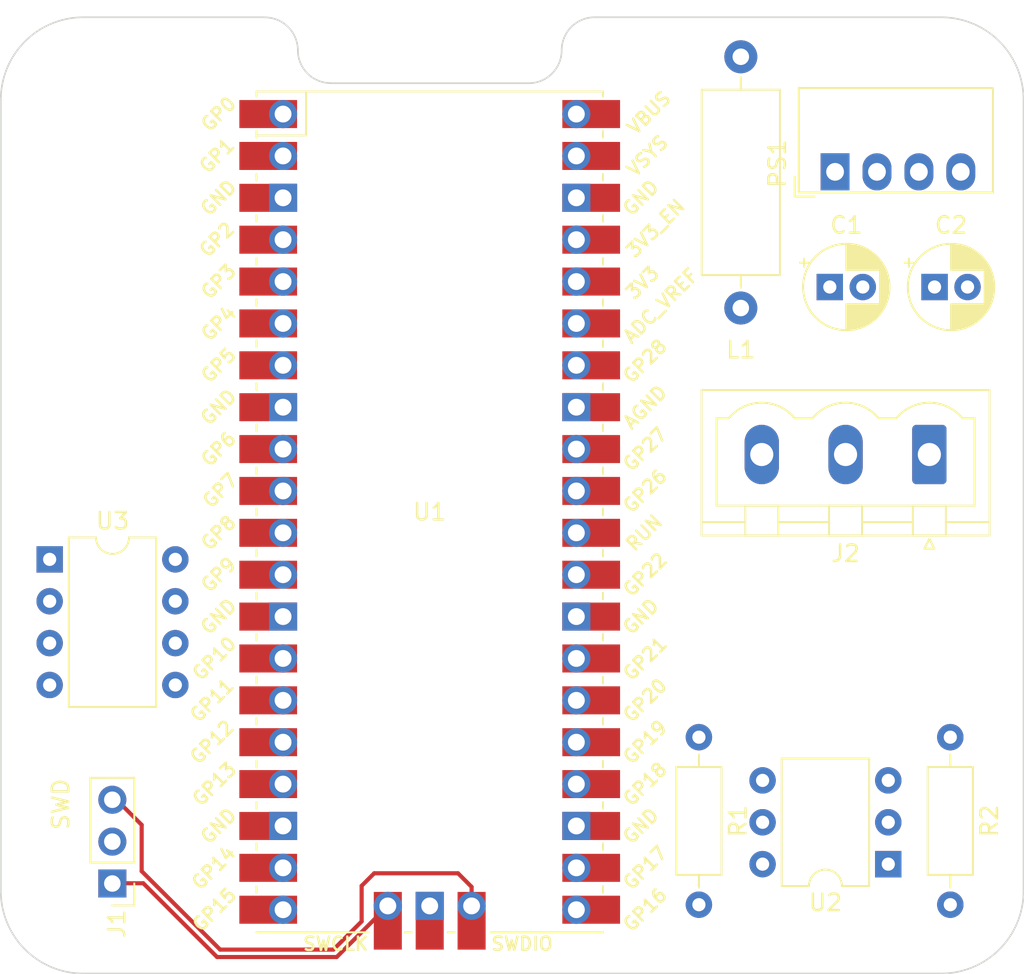
<source format=kicad_pcb>
(kicad_pcb (version 20221018) (generator pcbnew)
  (layers (0 "F.Cu" signal) (31 "B.Cu" signal) (34 "B.Paste" user) (35 "F.Paste" user) (36 "B.SilkS" user "B.Silkscreen") (37 "F.SilkS" user "F.Silkscreen") (38 "B.Mask" user) (39 "F.Mask" user) (44 "Edge.Cuts" user))
  (net 0 "")
  (net 3 "+12V")
  (net 7 "GNDA")
  (net 9 "Net-(J1-Pin_1)")
  (net 12 "Net-(J1-Pin_3)")
  (net 14 "GNDD")
  (net 19 "+5V")
  (net 27 "+3V3")
  (net 29 "Net-(U1-GPIO16)")
  (net 33 "Net-(J2-Pin_1)")
  (net 34 "Net-(PS1-+Vin)")
  (net 35 "Net-(U1-GPIO10)")
  (net 36 "Net-(U1-GPIO11)")
  (net 37 "Net-(U1-GPIO8)")
  (net 40 "Net-(U1-GPIO9)")
  (net 41 "Net-(U1-GPIO7)")
  (net 42 "Net-(U1-GPIO12)")
  (footprint "MCU_RaspberryPi_and_Boards:RPi_Pico_SMD_TH" (layer "F.Cu") (at 131 100)
    (fp_text reference "U1" (at 0 0) (layer "F.SilkS"))
    (fp_text value "Pico")
    (fp_text user "GP18" (at 13.054 16.51 45) (layer "F.SilkS") (effects (font (size 0.8 0.8))))
    (fp_text user "GP11" (at -13.2 11.43 45) (layer "F.SilkS") (effects (font (size 0.8 0.8))))
    (fp_text user "GP8" (at -12.8 1.27 45) (layer "F.SilkS") (effects (font (size 0.8 0.8))))
    (fp_text user "GP20" (at 13.054 11.43 45) (layer "F.SilkS") (effects (font (size 0.8 0.8))))
    (fp_text user "GP19" (at 13.054 13.97 45) (layer "F.SilkS") (effects (font (size 0.8 0.8))))
    (fp_text user "GP14" (at -13.1 21.59 45) (layer "F.SilkS") (effects (font (size 0.8 0.8))))
    (fp_text user "GND" (at -12.8 19.05 45) (layer "F.SilkS") (effects (font (size 0.8 0.8))))
    (fp_text user "GND" (at -12.8 6.35 45) (layer "F.SilkS") (effects (font (size 0.8 0.8))))
    (fp_text user "GP9" (at -12.8 3.81 45) (layer "F.SilkS") (effects (font (size 0.8 0.8))))
    (fp_text user "GND" (at 12.8 6.35 45) (layer "F.SilkS") (effects (font (size 0.8 0.8))))
    (fp_text user "3V3" (at 12.9 -13.9 45) (layer "F.SilkS") (effects (font (size 0.8 0.8))))
    (fp_text user "GP27" (at 13.054 -3.8 45) (layer "F.SilkS") (effects (font (size 0.8 0.8))))
    (fp_text user "GP0" (at -12.8 -24.13 45) (layer "F.SilkS") (effects (font (size 0.8 0.8))))
    (fp_text user "VBUS" (at 13.3 -24.2 45) (layer "F.SilkS") (effects (font (size 0.8 0.8))))
    (fp_text user "GND" (at -12.8 -6.35 45) (layer "F.SilkS") (effects (font (size 0.8 0.8))))
    (fp_text user "GP1" (at -12.9 -21.6 45) (layer "F.SilkS") (effects (font (size 0.8 0.8))))
    (fp_text user "GP2" (at -12.9 -16.51 45) (layer "F.SilkS") (effects (font (size 0.8 0.8))))
    (fp_text user "GP22" (at 13.054 3.81 45) (layer "F.SilkS") (effects (font (size 0.8 0.8))))
    (fp_text user "GND" (at 12.8 -19.05 45) (layer "F.SilkS") (effects (font (size 0.8 0.8))))
    (fp_text user "SWDIO" (at 5.6 26.2) (layer "F.SilkS") (effects (font (size 0.8 0.8))))
    (fp_text user "RUN" (at 13 1.27 45) (layer "F.SilkS") (effects (font (size 0.8 0.8))))
    (fp_text user "GP12" (at -13.2 13.97 45) (layer "F.SilkS") (effects (font (size 0.8 0.8))))
    (fp_text user "3V3_EN" (at 13.7 -17.2 45) (layer "F.SilkS") (effects (font (size 0.8 0.8))))
    (fp_text user "GP4" (at -12.8 -11.43 45) (layer "F.SilkS") (effects (font (size 0.8 0.8))))
    (fp_text user "GP10" (at -13.054 8.89 45) (layer "F.SilkS") (effects (font (size 0.8 0.8))))
    (fp_text user "ADC_VREF" (at 14 -12.5 45) (layer "F.SilkS") (effects (font (size 0.8 0.8))))
    (fp_text user "GP5" (at -12.8 -8.89 45) (layer "F.SilkS") (effects (font (size 0.8 0.8))))
    (fp_text user "GP6" (at -12.8 -3.81 45) (layer "F.SilkS") (effects (font (size 0.8 0.8))))
    (fp_text user "SWCLK" (at -5.7 26.2) (layer "F.SilkS") (effects (font (size 0.8 0.8))))
    (fp_text user "GND" (at -12.8 -19.05 45) (layer "F.SilkS") (effects (font (size 0.8 0.8))))
    (fp_text user "GP15" (at -13.054 24.13 45) (layer "F.SilkS") (effects (font (size 0.8 0.8))))
    (fp_text user "GP21" (at 13.054 8.9 45) (layer "F.SilkS") (effects (font (size 0.8 0.8))))
    (fp_text user "GP7" (at -12.7 -1.3 45) (layer "F.SilkS") (effects (font (size 0.8 0.8))))
    (fp_text user "GP28" (at 13.054 -9.144 45) (layer "F.SilkS") (effects (font (size 0.8 0.8))))
    (fp_text user "GP16" (at 13.054 24.13 45) (layer "F.SilkS") (effects (font (size 0.8 0.8))))
    (fp_text user "GND" (at 12.8 19.05 45) (layer "F.SilkS") (effects (font (size 0.8 0.8))))
    (fp_text user "GP3" (at -12.8 -13.97 45) (layer "F.SilkS") (effects (font (size 0.8 0.8))))
    (fp_text user "AGND" (at 13.054 -6.35 45) (layer "F.SilkS") (effects (font (size 0.8 0.8))))
    (fp_text user "VSYS" (at 13.2 -21.59 45) (layer "F.SilkS") (effects (font (size 0.8 0.8))))
    (fp_text user "GP13" (at -13.054 16.51 45) (layer "F.SilkS") (effects (font (size 0.8 0.8))))
    (fp_text user "GP17" (at 13.054 21.59 45) (layer "F.SilkS") (effects (font (size 0.8 0.8))))
    (fp_text user "GP26" (at 13.054 -1.27 45) (layer "F.SilkS") (effects (font (size 0.8 0.8))))
    (pad "" np_thru_hole oval (at -2.725 -24) (size 1.8 1.8) (drill 1.8) (layers "*.Cu" "*.Mask"))
    (pad "" np_thru_hole oval (at -2.425 -20.97) (size 1.5 1.5) (drill 1.5) (layers "*.Cu" "*.Mask"))
    (pad "" np_thru_hole oval (at 2.425 -20.97) (size 1.5 1.5) (drill 1.5) (layers "*.Cu" "*.Mask"))
    (pad "" np_thru_hole oval (at 2.725 -24) (size 1.8 1.8) (drill 1.8) (layers "*.Cu" "*.Mask"))
    (pad "1" thru_hole oval (at -8.89 -24.13) (size 1.7 1.7) (drill 1.02) (layers "*.Cu" "*.Mask"))
    (pad "1" smd rect (at -8.89 -24.13) (size 3.5 1.7) (drill (offset -0.9 0)) (layers "F.Cu" "F.Mask"))
    (pad "2" thru_hole oval (at -8.89 -21.59) (size 1.7 1.7) (drill 1.02) (layers "*.Cu" "*.Mask"))
    (pad "2" smd rect (at -8.89 -21.59) (size 3.5 1.7) (drill (offset -0.9 0)) (layers "F.Cu" "F.Mask"))
    (pad "3" thru_hole rect (at -8.89 -19.05) (size 1.7 1.7) (drill 1.02) (layers "*.Cu" "*.Mask") (net 14 "GNDD"))
    (pad "3" smd rect (at -8.89 -19.05) (size 3.5 1.7) (drill (offset -0.9 0)) (layers "F.Cu" "F.Mask") (net 14 "GNDD"))
    (pad "4" thru_hole oval (at -8.89 -16.51) (size 1.7 1.7) (drill 1.02) (layers "*.Cu" "*.Mask"))
    (pad "4" smd rect (at -8.89 -16.51) (size 3.5 1.7) (drill (offset -0.9 0)) (layers "F.Cu" "F.Mask"))
    (pad "5" thru_hole oval (at -8.89 -13.97) (size 1.7 1.7) (drill 1.02) (layers "*.Cu" "*.Mask"))
    (pad "5" smd rect (at -8.89 -13.97) (size 3.5 1.7) (drill (offset -0.9 0)) (layers "F.Cu" "F.Mask"))
    (pad "6" thru_hole oval (at -8.89 -11.43) (size 1.7 1.7) (drill 1.02) (layers "*.Cu" "*.Mask"))
    (pad "6" smd rect (at -8.89 -11.43) (size 3.5 1.7) (drill (offset -0.9 0)) (layers "F.Cu" "F.Mask"))
    (pad "7" thru_hole oval (at -8.89 -8.89) (size 1.7 1.7) (drill 1.02) (layers "*.Cu" "*.Mask"))
    (pad "7" smd rect (at -8.89 -8.89) (size 3.5 1.7) (drill (offset -0.9 0)) (layers "F.Cu" "F.Mask"))
    (pad "8" thru_hole rect (at -8.89 -6.35) (size 1.7 1.7) (drill 1.02) (layers "*.Cu" "*.Mask") (net 14 "GNDD"))
    (pad "8" smd rect (at -8.89 -6.35) (size 3.5 1.7) (drill (offset -0.9 0)) (layers "F.Cu" "F.Mask") (net 14 "GNDD"))
    (pad "9" thru_hole oval (at -8.89 -3.81) (size 1.7 1.7) (drill 1.02) (layers "*.Cu" "*.Mask"))
    (pad "9" smd rect (at -8.89 -3.81) (size 3.5 1.7) (drill (offset -0.9 0)) (layers "F.Cu" "F.Mask"))
    (pad "10" thru_hole oval (at -8.89 -1.27) (size 1.7 1.7) (drill 1.02) (layers "*.Cu" "*.Mask") (net 41 "Net-(U1-GPIO7)"))
    (pad "10" smd rect (at -8.89 -1.27) (size 3.5 1.7) (drill (offset -0.9 0)) (layers "F.Cu" "F.Mask") (net 41 "Net-(U1-GPIO7)"))
    (pad "11" thru_hole oval (at -8.89 1.27) (size 1.7 1.7) (drill 1.02) (layers "*.Cu" "*.Mask") (net 37 "Net-(U1-GPIO8)"))
    (pad "11" smd rect (at -8.89 1.27) (size 3.5 1.7) (drill (offset -0.9 0)) (layers "F.Cu" "F.Mask") (net 37 "Net-(U1-GPIO8)"))
    (pad "12" thru_hole oval (at -8.89 3.81) (size 1.7 1.7) (drill 1.02) (layers "*.Cu" "*.Mask") (net 40 "Net-(U1-GPIO9)"))
    (pad "12" smd rect (at -8.89 3.81) (size 3.5 1.7) (drill (offset -0.9 0)) (layers "F.Cu" "F.Mask") (net 40 "Net-(U1-GPIO9)"))
    (pad "13" thru_hole rect (at -8.89 6.35) (size 1.7 1.7) (drill 1.02) (layers "*.Cu" "*.Mask") (net 14 "GNDD"))
    (pad "13" smd rect (at -8.89 6.35) (size 3.5 1.7) (drill (offset -0.9 0)) (layers "F.Cu" "F.Mask") (net 14 "GNDD"))
    (pad "14" thru_hole oval (at -8.89 8.89) (size 1.7 1.7) (drill 1.02) (layers "*.Cu" "*.Mask") (net 35 "Net-(U1-GPIO10)"))
    (pad "14" smd rect (at -8.89 8.89) (size 3.5 1.7) (drill (offset -0.9 0)) (layers "F.Cu" "F.Mask") (net 35 "Net-(U1-GPIO10)"))
    (pad "15" thru_hole oval (at -8.89 11.43) (size 1.7 1.7) (drill 1.02) (layers "*.Cu" "*.Mask") (net 36 "Net-(U1-GPIO11)"))
    (pad "15" smd rect (at -8.89 11.43) (size 3.5 1.7) (drill (offset -0.9 0)) (layers "F.Cu" "F.Mask") (net 36 "Net-(U1-GPIO11)"))
    (pad "16" thru_hole oval (at -8.89 13.97) (size 1.7 1.7) (drill 1.02) (layers "*.Cu" "*.Mask") (net 42 "Net-(U1-GPIO12)"))
    (pad "16" smd rect (at -8.89 13.97) (size 3.5 1.7) (drill (offset -0.9 0)) (layers "F.Cu" "F.Mask") (net 42 "Net-(U1-GPIO12)"))
    (pad "17" thru_hole oval (at -8.89 16.51) (size 1.7 1.7) (drill 1.02) (layers "*.Cu" "*.Mask"))
    (pad "17" smd rect (at -8.89 16.51) (size 3.5 1.7) (drill (offset -0.9 0)) (layers "F.Cu" "F.Mask"))
    (pad "18" thru_hole rect (at -8.89 19.05) (size 1.7 1.7) (drill 1.02) (layers "*.Cu" "*.Mask") (net 14 "GNDD"))
    (pad "18" smd rect (at -8.89 19.05) (size 3.5 1.7) (drill (offset -0.9 0)) (layers "F.Cu" "F.Mask") (net 14 "GNDD"))
    (pad "19" thru_hole oval (at -8.89 21.59) (size 1.7 1.7) (drill 1.02) (layers "*.Cu" "*.Mask"))
    (pad "19" smd rect (at -8.89 21.59) (size 3.5 1.7) (drill (offset -0.9 0)) (layers "F.Cu" "F.Mask"))
    (pad "20" thru_hole oval (at -8.89 24.13) (size 1.7 1.7) (drill 1.02) (layers "*.Cu" "*.Mask"))
    (pad "20" smd rect (at -8.89 24.13) (size 3.5 1.7) (drill (offset -0.9 0)) (layers "F.Cu" "F.Mask"))
    (pad "21" thru_hole oval (at 8.89 24.13) (size 1.7 1.7) (drill 1.02) (layers "*.Cu" "*.Mask") (net 29 "Net-(U1-GPIO16)"))
    (pad "21" smd rect (at 8.89 24.13) (size 3.5 1.7) (drill (offset 0.9 0)) (layers "F.Cu" "F.Mask") (net 29 "Net-(U1-GPIO16)"))
    (pad "22" thru_hole oval (at 8.89 21.59) (size 1.7 1.7) (drill 1.02) (layers "*.Cu" "*.Mask"))
    (pad "22" smd rect (at 8.89 21.59) (size 3.5 1.7) (drill (offset 0.9 0)) (layers "F.Cu" "F.Mask"))
    (pad "23" thru_hole rect (at 8.89 19.05) (size 1.7 1.7) (drill 1.02) (layers "*.Cu" "*.Mask") (net 14 "GNDD"))
    (pad "23" smd rect (at 8.89 19.05) (size 3.5 1.7) (drill (offset 0.9 0)) (layers "F.Cu" "F.Mask") (net 14 "GNDD"))
    (pad "24" thru_hole oval (at 8.89 16.51) (size 1.7 1.7) (drill 1.02) (layers "*.Cu" "*.Mask"))
    (pad "24" smd rect (at 8.89 16.51) (size 3.5 1.7) (drill (offset 0.9 0)) (layers "F.Cu" "F.Mask"))
    (pad "25" thru_hole oval (at 8.89 13.97) (size 1.7 1.7) (drill 1.02) (layers "*.Cu" "*.Mask"))
    (pad "25" smd rect (at 8.89 13.97) (size 3.5 1.7) (drill (offset 0.9 0)) (layers "F.Cu" "F.Mask"))
    (pad "26" thru_hole oval (at 8.89 11.43) (size 1.7 1.7) (drill 1.02) (layers "*.Cu" "*.Mask"))
    (pad "26" smd rect (at 8.89 11.43) (size 3.5 1.7) (drill (offset 0.9 0)) (layers "F.Cu" "F.Mask"))
    (pad "27" thru_hole oval (at 8.89 8.89) (size 1.7 1.7) (drill 1.02) (layers "*.Cu" "*.Mask"))
    (pad "27" smd rect (at 8.89 8.89) (size 3.5 1.7) (drill (offset 0.9 0)) (layers "F.Cu" "F.Mask"))
    (pad "28" thru_hole rect (at 8.89 6.35) (size 1.7 1.7) (drill 1.02) (layers "*.Cu" "*.Mask") (net 14 "GNDD"))
    (pad "28" smd rect (at 8.89 6.35) (size 3.5 1.7) (drill (offset 0.9 0)) (layers "F.Cu" "F.Mask") (net 14 "GNDD"))
    (pad "29" thru_hole oval (at 8.89 3.81) (size 1.7 1.7) (drill 1.02) (layers "*.Cu" "*.Mask"))
    (pad "29" smd rect (at 8.89 3.81) (size 3.5 1.7) (drill (offset 0.9 0)) (layers "F.Cu" "F.Mask"))
    (pad "30" thru_hole oval (at 8.89 1.27) (size 1.7 1.7) (drill 1.02) (layers "*.Cu" "*.Mask"))
    (pad "30" smd rect (at 8.89 1.27) (size 3.5 1.7) (drill (offset 0.9 0)) (layers "F.Cu" "F.Mask"))
    (pad "31" thru_hole oval (at 8.89 -1.27) (size 1.7 1.7) (drill 1.02) (layers "*.Cu" "*.Mask"))
    (pad "31" smd rect (at 8.89 -1.27) (size 3.5 1.7) (drill (offset 0.9 0)) (layers "F.Cu" "F.Mask"))
    (pad "32" thru_hole oval (at 8.89 -3.81) (size 1.7 1.7) (drill 1.02) (layers "*.Cu" "*.Mask"))
    (pad "32" smd rect (at 8.89 -3.81) (size 3.5 1.7) (drill (offset 0.9 0)) (layers "F.Cu" "F.Mask"))
    (pad "33" thru_hole rect (at 8.89 -6.35) (size 1.7 1.7) (drill 1.02) (layers "*.Cu" "*.Mask"))
    (pad "33" smd rect (at 8.89 -6.35) (size 3.5 1.7) (drill (offset 0.9 0)) (layers "F.Cu" "F.Mask"))
    (pad "34" thru_hole oval (at 8.89 -8.89) (size 1.7 1.7) (drill 1.02) (layers "*.Cu" "*.Mask"))
    (pad "34" smd rect (at 8.89 -8.89) (size 3.5 1.7) (drill (offset 0.9 0)) (layers "F.Cu" "F.Mask"))
    (pad "35" thru_hole oval (at 8.89 -11.43) (size 1.7 1.7) (drill 1.02) (layers "*.Cu" "*.Mask"))
    (pad "35" smd rect (at 8.89 -11.43) (size 3.5 1.7) (drill (offset 0.9 0)) (layers "F.Cu" "F.Mask"))
    (pad "36" thru_hole oval (at 8.89 -13.97) (size 1.7 1.7) (drill 1.02) (layers "*.Cu" "*.Mask") (net 27 "+3V3"))
    (pad "36" smd rect (at 8.89 -13.97) (size 3.5 1.7) (drill (offset 0.9 0)) (layers "F.Cu" "F.Mask") (net 27 "+3V3"))
    (pad "37" thru_hole oval (at 8.89 -16.51) (size 1.7 1.7) (drill 1.02) (layers "*.Cu" "*.Mask"))
    (pad "37" smd rect (at 8.89 -16.51) (size 3.5 1.7) (drill (offset 0.9 0)) (layers "F.Cu" "F.Mask"))
    (pad "38" thru_hole rect (at 8.89 -19.05) (size 1.7 1.7) (drill 1.02) (layers "*.Cu" "*.Mask") (net 14 "GNDD"))
    (pad "38" smd rect (at 8.89 -19.05) (size 3.5 1.7) (drill (offset 0.9 0)) (layers "F.Cu" "F.Mask") (net 14 "GNDD"))
    (pad "39" thru_hole oval (at 8.89 -21.59) (size 1.7 1.7) (drill 1.02) (layers "*.Cu" "*.Mask"))
    (pad "39" smd rect (at 8.89 -21.59) (size 3.5 1.7) (drill (offset 0.9 0)) (layers "F.Cu" "F.Mask"))
    (pad "40" thru_hole oval (at 8.89 -24.13) (size 1.7 1.7) (drill 1.02) (layers "*.Cu" "*.Mask") (net 19 "+5V"))
    (pad "40" smd rect (at 8.89 -24.13) (size 3.5 1.7) (drill (offset 0.9 0)) (layers "F.Cu" "F.Mask") (net 19 "+5V"))
    (pad "41" thru_hole oval (at -2.54 23.9) (size 1.7 1.7) (drill 1.02) (layers "*.Cu" "*.Mask") (net 9 "Net-(J1-Pin_1)"))
    (pad "41" smd rect (at -2.54 23.9 90) (size 3.5 1.7) (drill (offset -0.9 0)) (layers "F.Cu" "F.Mask") (net 9 "Net-(J1-Pin_1)"))
    (pad "42" thru_hole rect (at 0 23.9) (size 1.7 1.7) (drill 1.02) (layers "*.Cu" "*.Mask") (net 14 "GNDD"))
    (pad "42" smd rect (at 0 23.9 90) (size 3.5 1.7) (drill (offset -0.9 0)) (layers "F.Cu" "F.Mask") (net 14 "GNDD"))
    (pad "43" thru_hole oval (at 2.54 23.9) (size 1.7 1.7) (drill 1.02) (layers "*.Cu" "*.Mask") (net 12 "Net-(J1-Pin_3)"))
    (pad "43" smd rect (at 2.54 23.9 90) (size 3.5 1.7) (drill (offset -0.9 0)) (layers "F.Cu" "F.Mask") (net 12 "Net-(J1-Pin_3)"))
  )
  (footprint "Capacitor_THT:CP_Radial_D5.0mm_P2.00mm" (layer "F.Cu") (at 161.604888 86.36)
    (fp_text reference "C2" (at 1 -3.75) (layer "F.SilkS"))
    (fp_text value "33u")
    (pad "1" thru_hole rect (at 0 0) (size 1.6 1.6) (drill 0.8) (layers "*.Cu" "*.Mask") (net 3 "+12V"))
    (pad "2" thru_hole circle (at 2 0) (size 1.6 1.6) (drill 0.8) (layers "*.Cu" "*.Mask") (net 7 "GNDA"))
  )
  (footprint "Package_DIP:DIP-8_W7.62mm" (layer "F.Cu") (at 107.96 102.88)
    (fp_text reference "U3" (at 3.81 -2.33) (layer "F.SilkS"))
    (fp_text value "25LCxxx")
    (pad "1" thru_hole rect (at 0 0) (size 1.6 1.6) (drill 0.8) (layers "*.Cu" "*.Mask") (net 41 "Net-(U1-GPIO7)"))
    (pad "2" thru_hole oval (at 0 2.54) (size 1.6 1.6) (drill 0.8) (layers "*.Cu" "*.Mask") (net 37 "Net-(U1-GPIO8)"))
    (pad "3" thru_hole oval (at 0 5.08) (size 1.6 1.6) (drill 0.8) (layers "*.Cu" "*.Mask") (net 42 "Net-(U1-GPIO12)"))
    (pad "4" thru_hole oval (at 0 7.62) (size 1.6 1.6) (drill 0.8) (layers "*.Cu" "*.Mask") (net 14 "GNDD"))
    (pad "5" thru_hole oval (at 7.62 7.62) (size 1.6 1.6) (drill 0.8) (layers "*.Cu" "*.Mask") (net 36 "Net-(U1-GPIO11)"))
    (pad "6" thru_hole oval (at 7.62 5.08) (size 1.6 1.6) (drill 0.8) (layers "*.Cu" "*.Mask") (net 35 "Net-(U1-GPIO10)"))
    (pad "7" thru_hole oval (at 7.62 2.54) (size 1.6 1.6) (drill 0.8) (layers "*.Cu" "*.Mask") (net 40 "Net-(U1-GPIO9)"))
    (pad "8" thru_hole oval (at 7.62 0) (size 1.6 1.6) (drill 0.8) (layers "*.Cu" "*.Mask") (net 27 "+3V3"))
  )
  (footprint "Capacitor_THT:CP_Radial_D5.0mm_P2.00mm" (layer "F.Cu") (at 155.254888 86.36)
    (fp_text reference "C1" (at 1 -3.75) (layer "F.SilkS"))
    (fp_text value "33u")
    (pad "1" thru_hole rect (at 0 0) (size 1.6 1.6) (drill 0.8) (layers "*.Cu" "*.Mask") (net 19 "+5V"))
    (pad "2" thru_hole circle (at 2 0) (size 1.6 1.6) (drill 0.8) (layers "*.Cu" "*.Mask") (net 14 "GNDD"))
  )
  (footprint "Connector_Phoenix_MSTB:PhoenixContact_MSTBVA_2,5_3-G-5,08_1x03_P5.08mm_Vertical" (layer "F.Cu") (at 161.29 96.52 180)
    (fp_text reference "J2" (at 5.08 -6) (layer "F.SilkS"))
    (fp_text value "STLZ950/3G-5.08-V-GRÜN")
    (pad "1" thru_hole roundrect (at 0 0 180) (size 2.08 3.6) (drill 1.4) (layers "*.Cu" "*.Mask") (roundrect_rratio 0.120192) (net 33 "Net-(J2-Pin_1)"))
    (pad "2" thru_hole oval (at 5.08 0 180) (size 2.08 3.6) (drill 1.4) (layers "*.Cu" "*.Mask") (net 7 "GNDA"))
    (pad "3" thru_hole oval (at 10.16 0 180) (size 2.08 3.6) (drill 1.4) (layers "*.Cu" "*.Mask") (net 3 "+12V"))
  )
  (footprint "Inductor_THT:L_Axial_L11.0mm_D4.5mm_P15.24mm_Horizontal_Fastron_MECC" (layer "F.Cu") (at 149.86 87.635 90)
    (fp_text reference "L1" (at -2.535 0) (layer "F.SilkS"))
    (fp_text value "12u")
    (pad "1" thru_hole circle (at 0 0 90) (size 2 2) (drill 1) (layers "*.Cu" "*.Mask") (net 19 "+5V"))
    (pad "2" thru_hole oval (at 15.24 0 90) (size 2 2) (drill 1) (layers "*.Cu" "*.Mask") (net 34 "Net-(PS1-+Vin)"))
  )
  (footprint "Resistor_THT:R_Axial_DIN0207_L6.3mm_D2.5mm_P10.16mm_Horizontal" (layer "F.Cu") (at 147.32 113.665 -90)
    (fp_text reference "R1" (at 5.08 -2.37 -90) (layer "F.SilkS"))
    (fp_text value "10k")
    (pad "1" thru_hole circle (at 0 0 270) (size 1.6 1.6) (drill 0.8) (layers "*.Cu" "*.Mask") (net 27 "+3V3"))
    (pad "2" thru_hole oval (at 10.16 0 270) (size 1.6 1.6) (drill 0.8) (layers "*.Cu" "*.Mask") (net 29 "Net-(U1-GPIO16)"))
  )
  (footprint "Package_DIP:DIP-6_W7.62mm" (layer "F.Cu") (at 158.8 121.366 180)
    (fp_text reference "U2" (at 3.81 -2.33) (layer "F.SilkS"))
    (fp_text value "4N35")
    (pad "1" thru_hole rect (at 0 0 180) (size 1.6 1.6) (drill 0.8) (layers "*.Cu" "*.Mask") (net 33 "Net-(J2-Pin_1)"))
    (pad "2" thru_hole oval (at 0 2.54 180) (size 1.6 1.6) (drill 0.8) (layers "*.Cu" "*.Mask") (net 7 "GNDA"))
    (pad "3" thru_hole oval (at 0 5.08 180) (size 1.6 1.6) (drill 0.8) (layers "*.Cu" "*.Mask"))
    (pad "4" thru_hole oval (at 7.62 5.08 180) (size 1.6 1.6) (drill 0.8) (layers "*.Cu" "*.Mask") (net 14 "GNDD"))
    (pad "5" thru_hole oval (at 7.62 2.54 180) (size 1.6 1.6) (drill 0.8) (layers "*.Cu" "*.Mask") (net 29 "Net-(U1-GPIO16)"))
    (pad "6" thru_hole oval (at 7.62 0 180) (size 1.6 1.6) (drill 0.8) (layers "*.Cu" "*.Mask"))
  )
  (footprint "Converter_DCDC:Converter_DCDC_Murata_MEE1SxxxxSC_THT" (layer "F.Cu") (at 155.575 79.375 90)
    (fp_text reference "PS1" (at 0.5 -3.5 90) (layer "F.SilkS"))
    (fp_text value "SIM1-0512-SIL4" hide)
    (pad "1" thru_hole rect (at 0 0) (size 1.75 2.25) (drill 1.075) (layers "*.Cu" "*.Mask") (net 14 "GNDD"))
    (pad "2" thru_hole oval (at 0 2.54) (size 1.75 2.25) (drill 1.075) (layers "*.Cu" "*.Mask") (net 34 "Net-(PS1-+Vin)"))
    (pad "3" thru_hole oval (at 0 5.08) (size 1.75 2.25) (drill 1.075) (layers "*.Cu" "*.Mask") (net 7 "GNDA"))
    (pad "4" thru_hole oval (at 0 7.62) (size 1.75 2.25) (drill 1.075) (layers "*.Cu" "*.Mask") (net 3 "+12V"))
  )
  (footprint "Connector_PinHeader_2.54mm:PinHeader_1x03_P2.54mm_Vertical" (layer "F.Cu") (at 111.76 122.54 180)
    (fp_text reference "J1" (at -0.268 -2.443 90) (layer "F.SilkS"))
    (fp_text value "Conn_01x03" hide)
    (pad "1" thru_hole rect (at 0 0 180) (size 1.7 1.7) (drill 1) (layers "*.Cu" "*.Mask") (net 9 "Net-(J1-Pin_1)"))
    (pad "2" thru_hole oval (at 0 2.54 180) (size 1.7 1.7) (drill 1) (layers "*.Cu" "*.Mask") (net 14 "GNDD"))
    (pad "3" thru_hole oval (at 0 5.08 180) (size 1.7 1.7) (drill 1) (layers "*.Cu" "*.Mask") (net 12 "Net-(J1-Pin_3)"))
  )
  (footprint "Resistor_THT:R_Axial_DIN0207_L6.3mm_D2.5mm_P10.16mm_Horizontal" (layer "F.Cu") (at 162.56 113.665 -90)
    (fp_text reference "R2" (at 5.08 -2.37 -90) (layer "F.SilkS"))
    (fp_text value "10k")
    (pad "1" thru_hole circle (at 0 0 270) (size 1.6 1.6) (drill 0.8) (layers "*.Cu" "*.Mask") (net 3 "+12V"))
    (pad "2" thru_hole oval (at 10.16 0 270) (size 1.6 1.6) (drill 0.8) (layers "*.Cu" "*.Mask") (net 33 "Net-(J2-Pin_1)"))
  )
  (footprint "MountingHole:MountingHole_3.2mm_M3" (layer "F.Cu") (at 159 107)
    (fp_text reference "H2")
    (fp_text value "MountingHole")
    (pad "" np_thru_hole circle locked (at 0 0) (size 3.2 3.2) (drill 3.2) (layers "*.Cu" "*.Mask"))
  )
  (footprint "MountingHole:MountingHole_3.2mm_M3" (layer "F.Cu") (at 113 87)
    (fp_text reference "H1")
    (fp_text value "MountingHole")
    (pad "" np_thru_hole circle locked (at 0 0) (size 3.2 3.2) (drill 3.2) (layers "*.Cu" "*.Mask"))
  )
  (gr_line (start 110 70) (end 121 70) (stroke (width 0.1)) (layer "Edge.Cuts"))
  (gr_line (start 162 70) (end 141 70) (stroke (width 0.1)) (layer "Edge.Cuts"))
  (gr_line (start 162 128) (end 110 128) (stroke (width 0.1)) (layer "Edge.Cuts"))
  (gr_arc (start 162 70) (mid 165.535534 71.464466) (end 167 75) (stroke (width 0.1)) (layer "Edge.Cuts"))
  (gr_arc (start 110 128) (mid 106.464466 126.535534) (end 105 123) (stroke (width 0.1)) (layer "Edge.Cuts"))
  (gr_arc (start 139 72) (mid 139.585786 70.585786) (end 141 70) (stroke (width 0.1)) (layer "Edge.Cuts"))
  (gr_arc (start 125 73.991519) (mid 123.590338 73.40677) (end 123.008485 71.995911) (stroke (width 0.1)) (layer "Edge.Cuts"))
  (gr_line (start 125 74) (end 137 74) (stroke (width 0.1)) (layer "Edge.Cuts"))
  (gr_line (start 105 123) (end 105 75) (stroke (width 0.1)) (layer "Edge.Cuts"))
  (gr_line (start 167 75) (end 167 123) (stroke (width 0.1)) (layer "Edge.Cuts"))
  (gr_arc (start 121 70.005646) (mid 122.413786 70.587486) (end 123.008485 71.995911) (stroke (width 0.1)) (layer "Edge.Cuts"))
  (gr_arc (start 105 75) (mid 106.464466 71.464466) (end 110 70) (stroke (width 0.1)) (layer "Edge.Cuts"))
  (gr_arc (start 167 123) (mid 165.535534 126.535534) (end 162 128) (stroke (width 0.1)) (layer "Edge.Cuts"))
  (gr_arc (start 139 72) (mid 138.414214 73.414214) (end 137 74) (stroke (width 0.1)) (layer "Edge.Cuts"))
  (gr_text "SWD" (at 109.22 119.38 90) (layer "F.SilkS") (effects (font (size 1 1)) (justify left bottom)))
  (segment (start 113.635 122.525) (end 112 122.525) (width 0.25) (layer "F.Cu") (net 9))
  (segment (start 128.46 123.9) (end 125.36 127) (width 0.25) (layer "F.Cu") (net 9))
  (segment (start 112.24 122.765) (end 112 122.525) (width 0.25) (layer "F.Cu") (net 9))
  (segment (start 118.11 127) (end 113.635 122.525) (width 0.25) (layer "F.Cu") (net 9))
  (segment (start 125.36 127) (end 118.11 127) (width 0.25) (layer "F.Cu") (net 9))
  (segment (start 127.635 121.92) (end 132.715 121.92) (width 0.25) (layer "F.Cu") (net 12))
  (segment (start 118.296396 126.55) (end 125.164 126.55) (width 0.25) (layer "F.Cu") (net 12))
  (segment (start 126.873 122.682) (end 127.635 121.92) (width 0.25) (layer "F.Cu") (net 12))
  (segment (start 113.538 121.791604) (end 118.296396 126.55) (width 0.25) (layer "F.Cu") (net 12))
  (segment (start 112 117.445) (end 113.538 118.983) (width 0.25) (layer "F.Cu") (net 12))
  (segment (start 126.873 124.841) (end 126.873 122.682) (width 0.25) (layer "F.Cu") (net 12))
  (segment (start 133.54 122.745) (end 133.54 123.9) (width 0.25) (layer "F.Cu") (net 12))
  (segment (start 132.715 121.92) (end 133.54 122.745) (width 0.25) (layer "F.Cu") (net 12))
  (segment (start 113.538 118.983) (end 113.538 121.791604) (width 0.25) (layer "F.Cu") (net 12))
  (segment (start 125.164 126.55) (end 126.873 124.841) (width 0.25) (layer "F.Cu") (net 12))
)
</source>
